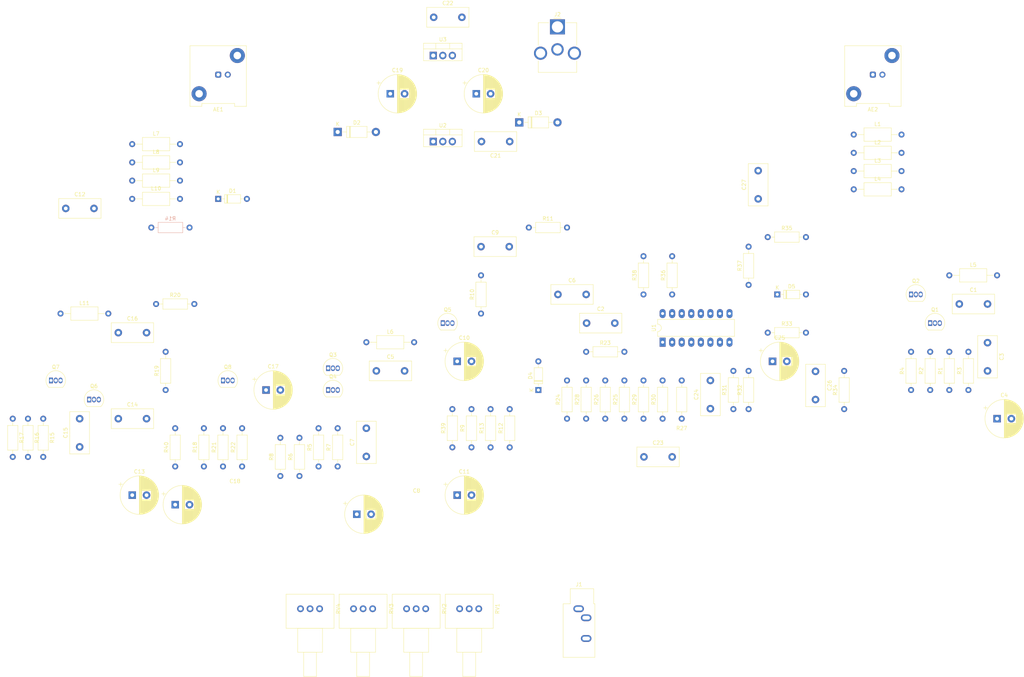
<source format=kicad_pcb>
(kicad_pcb (version 20221018) (generator pcbnew)
  (layers (0 "F.Cu" signal) (31 "B.Cu" signal) (34 "B.Paste" user) (35 "F.Paste" user) (36 "B.SilkS" user "B.Silkscreen") (37 "F.SilkS" user "F.Silkscreen") (38 "B.Mask" user) (39 "F.Mask" user) (44 "Edge.Cuts" user))
  (net 0 "")
  (net 1 "Net-(AE1-A)")
  (net 2 "Net-(AE2-A)")
  (net 3 "PitchAntenna")
  (net 4 "Detector")
  (net 5 "+12V")
  (net 6 "Net-(C3-Pad2)")
  (net 7 "Earth")
  (net 8 "Net-(Q3-C)")
  (net 9 "Net-(C9-Pad1)")
  (net 10 "Net-(C10-Pad1)")
  (net 11 "Net-(Q5-E)")
  (net 12 "Net-(D1-A)")
  (net 13 "Volume Antenna B")
  (net 14 "Net-(Q6-C)")
  (net 15 "Net-(Q7-B)")
  (net 16 "Net-(C16-Pad2)")
  (net 17 "Net-(Q8-E)")
  (net 18 "Net-(C17-Pad2)")
  (net 19 "Net-(D2-K)")
  (net 20 "Net-(D3-A)")
  (net 21 "-12V")
  (net 22 "Net-(U1C-+)")
  (net 23 "Net-(C24-Pad1)")
  (net 24 "Net-(C25-Pad1)")
  (net 25 "Net-(C25-Pad2)")
  (net 26 "Audio Out")
  (net 27 "Volume Antenna A")
  (net 28 "Net-(D1-K)")
  (net 29 "VAC")
  (net 30 "Net-(D5-K)")
  (net 31 "Net-(D5-A)")
  (net 32 "Net-(L1-Pad2)")
  (net 33 "Net-(L2-Pad2)")
  (net 34 "Net-(L3-Pad2)")
  (net 35 "Net-(L8-Pad2)")
  (net 36 "Net-(L10-Pad1)")
  (net 37 "Net-(Q1-E)")
  (net 38 "Net-(Q1-B)")
  (net 39 "Net-(Q2-B)")
  (net 40 "Net-(Q3-E)")
  (net 41 "Net-(Q3-B)")
  (net 42 "Net-(Q4-B)")
  (net 43 "Net-(Q5-B)")
  (net 44 "Net-(Q6-E)")
  (net 45 "Net-(Q6-B)")
  (net 46 "Net-(Q8-B)")
  (net 47 "Pitch Tuning")
  (net 48 "Volume Tuning")
  (net 49 "Net-(U1C--)")
  (net 50 "Brightness")
  (net 51 "Net-(U1C-DIODE_BIAS)")
  (net 52 "Waveform")
  (net 53 "Net-(R29-Pad1)")
  (net 54 "Net-(U1A-DIODE_BIAS)")
  (net 55 "Net-(R38-Pad2)")
  (footprint "Capacitor_THT:C_Disc_D11.0mm_W5.0mm_P7.50mm" (layer "F.Cu") (at 162.68 88.9)
    (fp_text reference "C6" (at 3.75 -3.75) (layer "F.SilkS"))
    (fp_text value "22pF")
    (pad "1" thru_hole circle (at 0 0) (size 2 2) (drill 1) (layers "*.Cu" "*.Mask") (net 8 "Net-(Q3-C)"))
    (pad "2" thru_hole circle (at 7.5 0) (size 2 2) (drill 1) (layers "*.Cu" "*.Mask") (net 4 "Detector"))
  )
  (footprint "Inductor_THT:L_Axial_L7.0mm_D3.3mm_P12.70mm_Horizontal_Fastron_MICC" (layer "F.Cu") (at 49.53 58.65)
    (fp_text reference "L9" (at 6.35 -2.77) (layer "F.SilkS"))
    (fp_text value "5mH")
    (pad "1" thru_hole circle (at 0 0) (size 1.6 1.6) (drill 0.8) (layers "*.Cu" "*.Mask") (net 35 "Net-(L8-Pad2)"))
    (pad "2" thru_hole oval (at 12.7 0) (size 1.6 1.6) (drill 0.8) (layers "*.Cu" "*.Mask") (net 36 "Net-(L10-Pad1)"))
  )
  (footprint "Capacitor_THT:C_Disc_D11.0mm_W5.0mm_P7.50mm" (layer "F.Cu") (at 129.66 15.24)
    (fp_text reference "C22" (at 3.75 -3.75) (layer "F.SilkS"))
    (fp_text value "0.1uF")
    (pad "1" thru_hole circle (at 0 0) (size 2 2) (drill 1) (layers "*.Cu" "*.Mask") (net 7 "Earth"))
    (pad "2" thru_hole circle (at 7.5 0) (size 2 2) (drill 1) (layers "*.Cu" "*.Mask") (net 21 "-12V"))
  )
  (footprint "Capacitor_THT:C_Disc_D11.0mm_W5.0mm_P7.50mm" (layer "F.Cu") (at 142.24 76.2)
    (fp_text reference "C9" (at 3.75 -3.75) (layer "F.SilkS"))
    (fp_text value "33pF")
    (pad "1" thru_hole circle (at 0 0) (size 2 2) (drill 1) (layers "*.Cu" "*.Mask") (net 9 "Net-(C9-Pad1)"))
    (pad "2" thru_hole circle (at 7.5 0) (size 2 2) (drill 1) (layers "*.Cu" "*.Mask") (net 8 "Net-(Q3-C)"))
  )
  (footprint "Resistor_THT:R_Axial_DIN0207_L6.3mm_D2.5mm_P10.16mm_Horizontal" (layer "F.Cu") (at 218.44 73.66)
    (fp_text reference "R35" (at 5.08 -2.37) (layer "F.SilkS"))
    (fp_text value "1.8M")
    (pad "1" thru_hole circle (at 0 0) (size 1.6 1.6) (drill 0.8) (layers "*.Cu" "*.Mask") (net 27 "Volume Antenna A"))
    (pad "2" thru_hole oval (at 10.16 0) (size 1.6 1.6) (drill 0.8) (layers "*.Cu" "*.Mask") (net 5 "+12V"))
  )
  (footprint "Resistor_THT:R_Axial_DIN0207_L6.3mm_D2.5mm_P10.16mm_Horizontal" (layer "F.Cu") (at 209.31 119.38 90)
    (fp_text reference "R31" (at 5.08 -2.37 90) (layer "F.SilkS"))
    (fp_text value "4.7K")
    (pad "1" thru_hole circle (at 0 0 90) (size 1.6 1.6) (drill 0.8) (layers "*.Cu" "*.Mask") (net 23 "Net-(C24-Pad1)"))
    (pad "2" thru_hole oval (at 10.16 0 90) (size 1.6 1.6) (drill 0.8) (layers "*.Cu" "*.Mask") (net 7 "Earth"))
  )
  (footprint "Capacitor_THT:CP_Radial_D10.0mm_P3.80mm" (layer "F.Cu") (at 135.9 142.24)
    (fp_text reference "C11" (at 1.9 -6.25) (layer "F.SilkS"))
    (fp_text value "1uF")
    (pad "1" thru_hole rect (at 0 0) (size 2 2) (drill 1) (layers "*.Cu" "*.Mask") (net 11 "Net-(Q5-E)"))
    (pad "2" thru_hole circle (at 3.8 0) (size 2 2) (drill 1) (layers "*.Cu" "*.Mask") (net 7 "Earth"))
  )
  (footprint "Resistor_THT:R_Axial_DIN0207_L6.3mm_D2.5mm_P10.16mm_Horizontal" (layer "F.Cu") (at 170.18 104.14)
    (fp_text reference "R23" (at 5.08 -2.37) (layer "F.SilkS"))
    (fp_text value "10K")
    (pad "1" thru_hole circle (at 0 0) (size 1.6 1.6) (drill 0.8) (layers "*.Cu" "*.Mask") (net 4 "Detector"))
    (pad "2" thru_hole oval (at 10.16 0) (size 1.6 1.6) (drill 0.8) (layers "*.Cu" "*.Mask") (net 22 "Net-(U1C-+)"))
  )
  (footprint "Resistor_THT:R_Axial_DIN0207_L6.3mm_D2.5mm_P10.16mm_Horizontal" (layer "F.Cu") (at 175.26 121.92 90)
    (fp_text reference "R26" (at 5.08 -2.37 90) (layer "F.SilkS"))
    (fp_text value "R_US")
    (pad "1" thru_hole circle (at 0 0 90) (size 1.6 1.6) (drill 0.8) (layers "*.Cu" "*.Mask") (net 7 "Earth"))
    (pad "2" thru_hole oval (at 10.16 0 90) (size 1.6 1.6) (drill 0.8) (layers "*.Cu" "*.Mask") (net 49 "Net-(U1C--)"))
  )
  (footprint "Resistor_THT:R_Axial_DIN0207_L6.3mm_D2.5mm_P10.16mm_Horizontal" (layer "F.Cu") (at 218.44 99.06)
    (fp_text reference "R33" (at 5.08 -2.37) (layer "F.SilkS"))
    (fp_text value "4.7K")
    (pad "1" thru_hole circle (at 0 0) (size 1.6 1.6) (drill 0.8) (layers "*.Cu" "*.Mask") (net 24 "Net-(C25-Pad1)"))
    (pad "2" thru_hole oval (at 10.16 0) (size 1.6 1.6) (drill 0.8) (layers "*.Cu" "*.Mask") (net 26 "Audio Out"))
  )
  (footprint "Potentiometer_THT:Potentiometer_Vishay_148-149_Single_Horizontal" (layer "F.Cu") (at 94.26 172.44 -90)
    (fp_text reference "RV4" (at 0 -10.04 90) (layer "F.SilkS"))
    (fp_text value "50K")
    (pad "1" thru_hole circle (at 0 0 270) (size 1.8 1.8) (drill 1) (layers "*.Cu" "*.Mask") (net 5 "+12V"))
    (pad "2" thru_hole circle (at 0 -2.54 270) (size 1.8 1.8) (drill 1) (layers "*.Cu" "*.Mask") (net 50 "Brightness"))
    (pad "3" thru_hole circle (at 0 -5.08 270) (size 1.8 1.8) (drill 1) (layers "*.Cu" "*.Mask") (net 7 "Earth"))
  )
  (footprint "Capacitor_THT:C_Disc_D11.0mm_W5.0mm_P7.50mm" (layer "F.Cu") (at 215.9 63.5 90)
    (fp_text reference "C27" (at 3.75 -3.75 90) (layer "F.SilkS"))
    (fp_text value "0.1uF")
    (pad "1" thru_hole circle (at 0 0 90) (size 2 2) (drill 1) (layers "*.Cu" "*.Mask") (net 27 "Volume Antenna A"))
    (pad "2" thru_hole circle (at 7.5 0 90) (size 2 2) (drill 1) (layers "*.Cu" "*.Mask") (net 7 "Earth"))
  )
  (footprint "Inductor_THT:L_Axial_L7.0mm_D3.3mm_P12.70mm_Horizontal_Fastron_MICC" (layer "F.Cu") (at 49.53 53.8)
    (fp_text reference "L8" (at 6.35 -2.77) (layer "F.SilkS"))
    (fp_text value "2.5mH")
    (pad "1" thru_hole circle (at 0 0) (size 1.6 1.6) (drill 0.8) (layers "*.Cu" "*.Mask") (net 28 "Net-(D1-K)"))
    (pad "2" thru_hole oval (at 12.7 0) (size 1.6 1.6) (drill 0.8) (layers "*.Cu" "*.Mask") (net 35 "Net-(L8-Pad2)"))
  )
  (footprint "Resistor_THT:R_Axial_DIN0207_L6.3mm_D2.5mm_P10.16mm_Horizontal" (layer "F.Cu") (at 193.04 88.9 90)
    (fp_text reference "R36" (at 5.08 -2.37 90) (layer "F.SilkS"))
    (fp_text value "1.8M")
    (pad "1" thru_hole circle (at 0 0 90) (size 1.6 1.6) (drill 0.8) (layers "*.Cu" "*.Mask") (net 54 "Net-(U1A-DIODE_BIAS)"))
    (pad "2" thru_hole oval (at 10.16 0 90) (size 1.6 1.6) (drill 0.8) (layers "*.Cu" "*.Mask") (net 5 "+12V"))
  )
  (footprint "Capacitor_THT:C_Disc_D11.0mm_W5.0mm_P7.50mm" (layer "F.Cu") (at 231.14 109.34 -90)
    (fp_text reference "C26" (at 3.75 -3.75 90) (layer "F.SilkS"))
    (fp_text value "0.01uF")
    (pad "1" thru_hole circle (at 0 0 270) (size 2 2) (drill 1) (layers "*.Cu" "*.Mask") (net 26 "Audio Out"))
    (pad "2" thru_hole circle (at 7.5 0 270) (size 2 2) (drill 1) (layers "*.Cu" "*.Mask") (net 7 "Earth"))
  )
  (footprint "Capacitor_THT:C_Disc_D11.0mm_W5.0mm_P7.50mm" (layer "F.Cu") (at 185.54 132.08)
    (fp_text reference "C23" (at 3.75 -3.75) (layer "F.SilkS"))
    (fp_text value "4700pF")
    (pad "1" thru_hole circle (at 0 0) (size 2 2) (drill 1) (layers "*.Cu" "*.Mask") (net 22 "Net-(U1C-+)"))
    (pad "2" thru_hole circle (at 7.5 0) (size 2 2) (drill 1) (layers "*.Cu" "*.Mask") (net 7 "Earth"))
  )
  (footprint "Resistor_THT:R_Axial_DIN0207_L6.3mm_D2.5mm_P10.16mm_Horizontal" (layer "F.Cu") (at 78.74 134.62 90)
    (fp_text reference "R22" (at 5.08 -2.37 90) (layer "F.SilkS"))
    (fp_text value "10K")
    (pad "1" thru_hole circle (at 0 0 90) (size 1.6 1.6) (drill 0.8) (layers "*.Cu" "*.Mask") (net 21 "-12V"))
    (pad "2" thru_hole oval (at 10.16 0 90) (size 1.6 1.6) (drill 0.8) (layers "*.Cu" "*.Mask") (net 18 "Net-(C17-Pad2)"))
  )
  (footprint "Resistor_THT:R_Axial_DIN0207_L6.3mm_D2.5mm_P10.16mm_Horizontal" (layer "F.Cu") (at 88.9 137.16 90)
    (fp_text reference "R8" (at 5.08 -2.37 90) (layer "F.SilkS"))
    (fp_text value "1K")
    (pad "1" thru_hole circle (at 0 0 90) (size 1.6 1.6) (drill 0.8) (layers "*.Cu" "*.Mask") (net 42 "Net-(Q4-B)"))
    (pad "2" thru_hole oval (at 10.16 0 90) (size 1.6 1.6) (drill 0.8) (layers "*.Cu" "*.Mask") (net 7 "Earth"))
  )
  (footprint "Connector_Audio:Jack_3.5mm_CUI_SJ1-3533NG_Horizontal" (layer "F.Cu") (at 168.18 172.44)
    (fp_text reference "J1" (at 0.1 -6.45) (layer "F.SilkS"))
    (fp_text value "Audio Out")
    (pad "R" thru_hole oval (at 2 7.9) (size 2.8 1.8) (drill oval 2 1) (layers "*.Cu" "*.Mask"))
    (pad "S" thru_hole oval (at 0 0) (size 2.8 1.8) (drill oval 2 1) (layers "*.Cu" "*.Mask") (net 7 "Earth"))
    (pad "T" thru_hole oval (at 2 2.4) (size 2.8 1.8) (drill oval 2 1) (layers "*.Cu" "*.Mask") (net 26 "Audio Out"))
  )
  (footprint "Capacitor_THT:CP_Radial_D10.0mm_P3.80mm" (layer "F.Cu") (at 60.96 144.78)
    (fp_text reference "C18" (at 15.88 -6.25) (layer "F.SilkS"))
    (fp_text value "1uF")
    (pad "1" thru_hole rect (at 0 0) (size 2 2) (drill 1) (layers "*.Cu" "*.Mask") (net 17 "Net-(Q8-E)"))
    (pad "2" thru_hole circle (at 3.8 0) (size 2 2) (drill 1) (layers "*.Cu" "*.Mask") (net 7 "Earth"))
  )
  (footprint "Package_TO_SOT_THT:TO-220-3_Vertical" (layer "F.Cu") (at 129.54 48.26)
    (fp_text reference "U2" (at 2.54 -4.27) (layer "F.SilkS"))
    (fp_text value "L7812")
    (pad "1" thru_hole rect (at 0 0) (size 1.905 2) (drill 1.1) (layers "*.Cu" "*.Mask") (net 19 "Net-(D2-K)"))
    (pad "2" thru_hole oval (at 2.54 0) (size 1.905 2) (drill 1.1) (layers "*.Cu" "*.Mask") (net 7 "Earth"))
    (pad "3" thru_hole oval (at 5.08 0) (size 1.905 2) (drill 1.1) (layers "*.Cu" "*.Mask") (net 5 "+12V"))
  )
  (footprint "Potentiometer_THT:Potentiometer_Vishay_148-149_Single_Horizontal" (layer "F.Cu") (at 108.36 172.44 -90)
    (fp_text reference "RV3" (at 0 -10.04 90) (layer "F.SilkS"))
    (fp_text value "50K")
    (pad "1" thru_hole circle (at 0 0 270) (size 1.8 1.8) (drill 1) (layers "*.Cu" "*.Mask") (net 7 "Earth"))
    (pad "2" thru_hole circle (at 0 -2.54 270) (size 1.8 1.8) (drill 1) (layers "*.Cu" "*.Mask") (net 52 "Waveform"))
    (pad "3" thru_hole circle (at 0 -5.08 270) (size 1.8 1.8) (drill 1) (layers "*.Cu" "*.Mask") (net 21 "-12V"))
  )
  (footprint "Resistor_THT:R_Axial_DIN0207_L6.3mm_D2.5mm_P10.16mm_Horizontal" (layer "F.Cu") (at 195.58 121.92 90)
    (fp_text reference "R27" (at -2.54 0) (layer "F.SilkS"))
    (fp_text value "100K")
    (pad "1" thru_hole circle (at 0 0 90) (size 1.6 1.6) (drill 0.8) (layers "*.Cu" "*.Mask") (net 50 "Brightness"))
    (pad "2" thru_hole oval (at 10.16 0 90) (size 1.6 1.6) (drill 0.8) (layers "*.Cu" "*.Mask") (net 51 "Net-(U1C-DIODE_BIAS)"))
  )
  (footprint "Package_TO_SOT_THT:TO-92_Inline" (layer "F.Cu") (at 132.08 96.52)
    (fp_text reference "Q5" (at 1.27 -3.56) (layer "F.SilkS"))
    (fp_text value "2N3904")
    (pad "1" thru_hole rect (at 0 0) (size 1.05 1.5) (drill 0.75) (layers "*.Cu" "*.Mask") (net 11 "Net-(Q5-E)"))
    (pad "2" thru_hole oval (at 1.27 0) (size 1.05 1.5) (drill 0.75) (layers "*.Cu" "*.Mask") (net 43 "Net-(Q5-B)"))
    (pad "3" thru_hole oval (at 2.54 0) (size 1.05 1.5) (drill 0.75) (layers "*.Cu" "*.Mask") (net 8 "Net-(Q3-C)"))
  )
  (footprint "Inductor_THT:L_Axial_L7.0mm_D3.3mm_P12.70mm_Horizontal_Fastron_MICC" (layer "F.Cu") (at 266.7 83.82)
    (fp_text reference "L5" (at 6.35 -2.77) (layer "F.SilkS"))
    (fp_text value "100uH")
    (pad "1" thru_hole circle (at 0 0) (size 1.6 1.6) (drill 0.8) (layers "*.Cu" "*.Mask") (net 5 "+12V"))
    (pad "2" thru_hole oval (at 12.7 0) (size 1.6 1.6) (drill 0.8) (layers "*.Cu" "*.Mask") (net 3 "PitchAntenna"))
  )
  (footprint "Capacitor_THT:C_Disc_D11.0mm_W5.0mm_P7.50mm" (layer "F.Cu") (at 276.86 101.72 -90)
    (fp_text reference "C3" (at 3.75 -3.75 90) (layer "F.SilkS"))
    (fp_text value "0.01uF")
    (pad "1" thru_hole circle (at 0 0 270) (size 2 2) (drill 1) (layers "*.Cu" "*.Mask") (net 3 "PitchAntenna"))
    (pad "2" thru_hole circle (at 7.5 0 270) (size 2 2) (drill 1) (layers "*.Cu" "*.Mask") (net 6 "Net-(C3-Pad2)"))
  )
  (footprint "Connector_Coaxial:BNC_Amphenol_031-5539_Vertical" (layer "F.Cu") (at 72.39 30.48)
    (fp_text reference "AE1" (at 0 9.25 180) (layer "F.SilkS"))
    (fp_text value "Antenna")
    (pad "" thru_hole circle (at -5.08 5.08 180) (size 4 4) (drill 2) (layers "*.Cu" "*.Mask"))
    (pad "" thru_hole circle (at 5.08 -5.08 180) (size 4 4) (drill 2) (layers "*.Cu" "*.Mask"))
    (pad "1" thru_hole roundrect (at 0 0 180) (size 1.6 1.6) (drill 0.9) (layers "*.Cu" "*.Mask") (net 1 "Net-(AE1-A)"))
    (pad "2" thru_hole circle (at 2.54 0 180) (size 1.6 1.6) (drill 0.9) (layers "*.Cu" "*.Mask"))
  )
  (footprint "Resistor_THT:R_Axial_DIN0207_L6.3mm_D2.5mm_P10.16mm_Horizontal" (layer "F.Cu") (at 17.78 121.92 -90)
    (fp_text reference "R17" (at 5.08 -2.37 90) (layer "F.SilkS"))
    (fp_text value "470")
    (pad "1" thru_hole circle (at 0 0 270) (size 1.6 1.6) (drill 0.8) (layers "*.Cu" "*.Mask") (net 13 "Volume Antenna B"))
    (pad "2" thru_hole oval (at 10.16 0 270) (size 1.6 1.6) (drill 0.8) (layers "*.Cu" "*.Mask") (net 7 "Earth"))
  )
  (footprint "Capacitor_THT:C_Disc_D11.0mm_W5.0mm_P7.50mm" (layer "F.Cu") (at 269.36 91.44)
    (fp_text reference "C1" (at 3.75 -3.75) (layer "F.SilkS"))
    (fp_text value "22pF")
    (pad "1" thru_hole circle (at 0 0) (size 2 2) (drill 1) (layers "*.Cu" "*.Mask") (net 3 "PitchAntenna"))
    (pad "2" thru_hole circle (at 7.5 0) (size 2 2) (drill 1) (layers "*.Cu" "*.Mask") (net 4 "Detector"))
  )
  (footprint "Package_TO_SOT_THT:TO-220-3_Vertical" (layer "F.Cu") (at 129.54 25.4)
    (fp_text reference "U3" (at 2.54 -4.27) (layer "F.SilkS"))
    (fp_text value "L7912")
    (pad "1" thru_hole rect (at 0 0) (size 1.905 2) (drill 1.1) (layers "*.Cu" "*.Mask") (net 7 "Earth"))
    (pad "2" thru_hole oval (at 2.54 0) (size 1.905 2) (drill 1.1) (layers "*.Cu" "*.Mask") (net 20 "Net-(D3-A)"))
    (pad "3" thru_hole oval (at 5.08 0) (size 1.905 2) (drill 1.1) (layers "*.Cu" "*.Mask") (net 21 "-12V"))
  )
  (footprint "Resistor_THT:R_Axial_DIN0207_L6.3mm_D2.5mm_P10.16mm_Horizontal" (layer "F.Cu") (at 213.36 86.36 90)
    (fp_text reference "R37" (at 5.08 -2.37 90) (layer "F.SilkS"))
    (fp_text value "4.7M")
    (pad "1" thru_hole circle (at 0 0 90) (size 1.6 1.6) (drill 0.8) (layers "*.Cu" "*.Mask") (net 31 "Net-(D5-A)"))
    (pad "2" thru_hole oval (at 10.16 0 90) (size 1.6 1.6) (drill 0.8) (layers "*.Cu" "*.Mask") (net 27 "Volume Antenna A"))
  )
  (footprint "Resistor_THT:R_Axial_DIN0207_L6.3mm_D2.5mm_P10.16mm_Horizontal" (layer "F.Cu") (at 256.54 114.3 90)
    (fp_text reference "R4" (at 5.08 -2.37 90) (layer "F.SilkS"))
    (fp_text value "1K")
    (pad "1" thru_hole circle (at 0 0 90) (size 1.6 1.6) (drill 0.8) (layers "*.Cu" "*.Mask") (net 39 "Net-(Q2-B)"))
    (pad "2" thru_hole oval (at 10.16 0 90) (size 1.6 1.6) (drill 0.8) (layers "*.Cu" "*.Mask") (net 7 "Earth"))
  )
  (footprint "Capacitor_THT:C_Disc_D11.0mm_W5.0mm_P7.50mm" (layer "F.Cu") (at 45.84 99.06)
    (fp_text reference "C16" (at 3.75 -3.75) (layer "F.SilkS"))
    (fp_text value "22pF")
    (pad "1" thru_hole circle (at 0 0) (size 2 2) (drill 1) (layers "*.Cu" "*.Mask") (net 14 "Net-(Q6-C)"))
    (pad "2" thru_hole circle (at 7.5 0) (size 2 2) (drill 1) (layers "*.Cu" "*.Mask") (net 16 "Net-(C16-Pad2)"))
  )
  (footprint "Diode_THT:D_DO-35_SOD27_P7.62mm_Horizontal" (layer "F.Cu") (at 72.39 63.5)
    (fp_text reference "D1" (at 3.81 -2.12) (layer "F.SilkS"))
    (fp_text value "1N4148")
    (fp_text user "K" (at 0 -1.8) (layer "F.SilkS"))
    (pad "1" thru_hole rect (at 0 0) (size 1.6 1.6) (drill 0.8) (layers "*.Cu" "*.Mask") (net 28 "Net-(D1-K)"))
    (pad "2" thru_hole oval (at 7.62 0) (size 1.6 1.6) (drill 0.8) (layers "*.Cu" "*.Mask") (net 12 "Net-(D1-A)"))
  )
  (footprint "Resistor_THT:R_Axial_DIN0207_L6.3mm_D2.5mm_P10.16mm_Horizontal" (layer "F.Cu") (at 261.62 114.3 90)
    (fp_text reference "R2" (at 5.08 -2.37 90) (layer "F.SilkS"))
    (fp_text value "2.2K")
    (pad "1" thru_hole circle (at 0 0 90) (size 1.6 1.6) (drill 0.8) (layers "*.Cu" "*.Mask") (net 37 "Net-(Q1-E)"))
    (pad "2" thru_hole oval (at 10.16 0 90) (size 1.6 1.6) (drill 0.8) (layers "*.Cu" "*.Mask") (net 21 "-12V"))
  )
  (footprint "Capacitor_THT:C_Disc_D11.0mm_W5.0mm_P7.50mm" (layer "F.Cu") (at 45.84 121.92)
    (fp_text reference "C14" (at 3.75 -3.75) (layer "F.SilkS"))
    (fp_text value "2200pF")
    (pad "1" thru_hole circle (at 0 0) (size 2 2) (drill 1) (layers "*.Cu" "*.Mask") (net 14 "Net-(Q6-C)"))
    (pad "2" thru_hole circle (at 7.5 0) (size 2 2) (drill 1) (layers "*.Cu" "*.Mask") (net 15 "Net-(Q7-B)"))
  )
  (footprint "Capacitor_THT:CP_Radial_D10.0mm_P3.80mm" (layer "F.Cu") (at 49.54 142.24)
    (fp_text reference "C13" (at 1.9 -6.25) (layer "F.SilkS"))
    (fp_text value "1uF")
    (pad "1" thru_hole rect (at 0 0) (size 2 2) (drill 1) (layers "*.Cu" "*.Mask") (net 5 "+12V"))
    (pad "2" thru_hole circle (at 3.8 0) (size 2 2) (drill 1) (layers "*.Cu" "*.Mask") (net 7 "Earth"))
  )
  (footprint "Capacitor_THT:C_Disc_D11.0mm_W5.0mm_P7.50mm" (layer "F.Cu") (at 149.86 48.26 180)
    (fp_text reference "C21" (at 3.75 -3.75) (layer "F.SilkS"))
    (fp_text value "0.1uF")
    (pad "1" thru_hole circle (at 0 0 180) (size 2 2) (drill 1) (layers "*.Cu" "*.Mask") (net 5 "+12V"))
    (pad "2" thru_hole circle (at 7.5 0 180) (size 2 2) (drill 1) (layers "*.Cu" "*.Mask") (net 7 "Earth"))
  )
  (footprint "Capacitor_THT:CP_Radial_D10.0mm_P3.80mm" (layer "F.Cu") (at 135.9 106.68)
    (fp_text reference "C10" (at 1.9 -6.25) (layer "F.SilkS"))
    (fp_text value "1uF")
    (pad "1" thru_hole rect (at 0 0) (size 2 2) (drill 1) (layers "*.Cu" "*.Mask") (net 10 "Net-(C10-Pad1)"))
    (pad "2" thru_hole circle (at 3.8 0) (size 2 2) (drill 1) (layers "*.Cu" "*.Mask") (net 11 "Net-(Q5-E)"))
  )
  (footprint "Potentiometer_THT:Potentiometer_Vishay_148-149_Single_Horizontal" (layer "F.Cu") (at 136.56 172.44 -90)
    (fp_text reference "RV1" (at 0 -10.04 90) (layer "F.SilkS"))
    (fp_text value "5K")
    (pad "1" thru_hole circle (at 0 0 270) (size 1.8 1.8) (drill 1) (layers "*.Cu" "*.Mask") (net 7 "Earth"))
    (pad "2" thru_hole circle (at 0 -2.54 270) (size 1.8 1.8) (drill 1) (layers "*.Cu" "*.Mask") (net 47 "Pitch Tuning"))
    (pad "3" thru_hole circle (at 0 -5.08 270) (size 1.8 1.8) (drill 1) (layers "*.Cu" "*.Mask") (net 21 "-12V"))
  )
  (footprint "Capacitor_THT:CP_Radial_D10.0mm_P3.80mm" (layer "F.Cu") (at 279.4 121.92)
    (fp_text reference "C4" (at 1.9 -6.25) (layer "F.SilkS"))
    (fp_text value "1uF")
    (pad "1" thru_hole rect (at 0 0) (size 2 2) (drill 1) (layers "*.Cu" "*.Mask") (net 5 "+12V"))
    (pad "2" thru_hole circle (at 3.8 0) (size 2 2) (drill 1) (layers "*.Cu" "*.Mask") (net 7 "Earth"))
  )
  (footprint "Inductor_THT:L_Axial_L7.0mm_D3.3mm_P12.70mm_Horizontal_Fastron_MICC" (layer "F.Cu") (at 49.53 63.5)
    (fp_text reference "L10" (at 6.35 -2.77) (layer "F.SilkS"))
    (fp_text value "5mH")
    (pad "1" thru_hole circle (at 0 0) (size 1.6 1.6) (drill 0.8) (layers "*.Cu" "*.Mask") (net 36 "Net-(L10-Pad1)"))
    (pad "2" thru_hole oval (at 12.7 0) (size 1.6 1.6) (drill 0.8) (layers "*.Cu" "*.Mask") (net 1 "Net-(AE1-A)"))
  )
  (footprint "Connector_Coaxial:BNC_Amphenol_031-5539_Vertical" (layer "F.Cu") (at 246.38 30.48)
    (fp_text reference "AE2" (at 0 9.25 180) (layer "F.SilkS"))
    (fp_text value "Antenna")
    (pad "" thru_hole circle (at -5.08 5.08 180) (size 4 4) (drill 2) (layers "*.Cu" "*.Mask"))
    (pad "" thru_hole circle (at 5.08 -5.08 180) (size 4 4) (drill 2) (layers "*.Cu" "*.Mask"))
    (pad "1" thru_hole roundrect (at 0 0 180) (size 1.6 1.6) (drill 0.9) (layers "*.Cu" "*.Mask") (net 2 "Net-(AE2-A)"))
    (pad "2" thru_hole circle (at 2.54 0 180) (size 1.6 1.6) (drill 0.9) (layers "*.Cu" "*.Mask"))
  )
  (footprint "Capacitor_THT:CP_Radial_D10.0mm_P3.80mm" (layer "F.Cu") (at 219.72 106.68)
    (fp_text reference "C25" (at 1.9 -6.25) (layer "F.SilkS"))
    (fp_text value "1uF")
    (pad "1" thru_hole rect (at 0 0) (size 2 2) (drill 1) (layers "*.Cu" "*.Mask") (net 24 "Net-(C25-Pad1)"))
    (pad "2" thru_hole circle (at 3.8 0) (size 2 2) (drill 1) (layers "*.Cu" "*.Mask") (net 25 "Net-(C25-Pad2)"))
  )
  (footprint "Capacitor_THT:C_Disc_D11.0mm_W5.0mm_P7.50mm" (layer "F.Cu") (at 35.56 129.42 90)
    (fp_text reference "C15" (at 3.75 -3.75 90) (layer "F.SilkS"))
    (fp_text value "0.01uF")
    (pad "1" thru_hole circle (at 0 0 90) (size 2 2) (drill 1) (layers "*.Cu" "*.Mask") (net 15 "Net-(Q7-B)"))
    (pad "2" thru_hole circle (at 7.5 0 90) (size 2 2) (drill 1) (layers "*.Cu" "*.Mask") (net 7 "Earth"))
  )
  (footprint "Potentiometer_THT:Potentiometer_Vishay_148-149_Single_Horizontal" (layer "F.Cu") (at 122.46 172.44 -90)
    (fp_text reference "RV2" (at 0 -10.04 90) (layer "F.SilkS"))
    (fp_text value "5K")
    (pad "1" thru_hole circle (at 0 0 270) (size 1.8 1.8) (drill 1) (layers "*.Cu" "*.Mask") (net 7 "Earth"))
    (pad "2" thru_hole circle (at 0 -2.54 270) (size 1.8 1.8) (drill 1) (layers "*.Cu" "*.Mask") (net 48 "Volume Tuning"))
    (pad "3" thru_hole circle (at 0 -5.08 270) (size 1.8 1.8) (drill 1) (layers "*.Cu" "*.Mask") (net 21 "-12V"))
  )
  (footprint "Capacitor_THT:CP_Radial_D10.0mm_P3.80mm" (layer "F.Cu") (at 109.22 147.32)
    (fp_text reference "C8" (at 15.88 -6.25) (layer "F.SilkS"))
    (fp_text value "1uF")
    (pad "1" thru_hole rect (at 0 0) (size 2 2) (drill 1) (layers "*.Cu" "*.Mask") (net 5 "+12V"))
    (pad "2" thru_hole circle (at 3.8 0) (size 2 2) (drill 1) (layers "*.Cu" "*.Mask") (net 7 "Earth"))
  )
  (footprint "Resistor_THT:R_Axial_DIN0207_L6.3mm_D2.5mm_P10.16mm_Horizontal" (layer "F.Cu") (at 68.58 134.62 90)
    (fp_text reference "R18" (at 5.08 -2.37 90) (layer "F.SilkS"))
    (fp_text value "2.7K")
    (pad "1" thru_hole circle (at 0 0 90) (size 1.6 1.6) (drill 0.8) (layers "*.Cu" "*.Mask") (net 17 "Net-(Q8-E)"))
    (pad "2" thru_hole oval (at 10.16 0 90) (size 1.6 1.6) (drill 0.8) (layers "*.Cu" "*.Mask") (net 48 "Volume Tuning"))
  )
  (footprint "Capacitor_THT:C_Disc_D11.0mm_W5.0mm_P7.50mm" (layer "F.Cu") (at 114.42 109.22)
    (fp_text reference "C5" (at 3.75 -3.75) (layer "F.SilkS"))
    (fp_text value "3900pF")
    (pad "1" thru_hole circle (at 0 0) (size 2 2) (drill 1) (layers "*.Cu" "*.Mask") (net 5 "+12V"))
    (pad "2" thru_hole circle (at 7.5 0) (size 2 2) (drill 1) (layers "*.Cu" "*.Mask") (net 8 "Net-(Q3-C)"))
  )
  (footprint "Inductor_THT:L_Axial_L7.0mm_D3.3mm_P12.70mm_Horizontal_Fastron_MICC" (layer "F.Cu") (at 241.3 60.96)
    (fp_text reference "L4" (at 6.35 -2.77) (layer "F.SilkS"))
    (fp_text value "10mH")
    (pad "1" thru_hole circle (at 0 0) (size 1.6 1.6) (drill 0.8) (layers "*.Cu" "*.Mask") (net 34 "Net-(L3-Pad2)"))
    (pad "2" thru_hole oval (at 12.7 0) (size 1.6 1.6) (drill 0.8) (layers "*.Cu" "*.Mask") (net 3 "PitchAntenna"))
  )
  (footprint "Resistor_THT:R_Axial_DIN0207_L6.3mm_D2.5mm_P10.16mm_Horizontal" (layer "F.Cu") (at 165.1 121.92 90)
    (fp_text reference "R24" (at 5.08 -2.37 90) (layer "F.SilkS"))
    (fp_text value "4.7K")
    (pad "1" thru_hole circle (at 0 0 90) (size 1.6 1.6) (drill 0.8) (layers "*.Cu" "*.Mask") (net 22 "Net-(U1C-+)"))
    (pad "2" thru_hole oval (at 10.16 0 90) (size 1.6 1.6) (drill 0.8) (layers "*.Cu" "*.Mask") (net 7 "Earth"))
  )
  (footprint "Resistor_THT:R_Axial_DIN0207_L6.3mm_D2.5mm_P10.16mm_Horizontal" (layer "F.Cu") (at 93.98 137.16 90)
    (fp_text reference "R6" (at 5.08 -2.37 90) (layer "F.SilkS"))
    (fp_text value "2.2K")
    (pad "1" thru_hole circle (at 0 0 90) (size 1.6 1.6) (drill 0.8) (layers "*.Cu" "*.Mask") (net 40 "Net-(Q3-E)"))
    (pad "2" thru_hole oval (at 10.16 0 90) (size 1.6 1.6) (drill 0.8) (layers "*.Cu" "*.Mask") (net 21 "-12V"))
  )
  (footprint "Inductor_THT:L_Axial_L7.0mm_D3.3mm_P12.70mm_Horizontal_Fastron_MICC" (layer "F.Cu") (at 241.3 46.41)
    (fp_text reference "L1" (at 6.35 -2.77) (layer "F.SilkS"))
    (fp_text value "10mH")
    (pad "1" thru_hole circle (at 0 0) (size 1.6 1.6) (drill 0.8) (layers "*.Cu" "*.Mask") (net 2 "Net-(AE2-A)"))
    (pad "2" thru_hole oval (at 12.7 0) (size 1.6 1.6) (drill 0.8) (layers "*.Cu" "*.Mask") (net 32 "Net-(L1-Pad2)"))
  )
  (footprint "Resistor_THT:R_Axial_DIN0207_L6.3mm_D2.5mm_P10.16mm_Horizontal" (layer "F.Cu") (at 190.5 121.92 90)
    (fp_text reference "R30" (at 5.08 -2.37 90) (layer "F.SilkS"))
    (fp_text value "47K")
    (pad "1" thru_hole circle (at 0 0 90) (size 1.6 1.6) (drill 0.8) (layers "*.Cu" "*.Mask") (net 53 "Net-(R29-Pad1)"))
    (pad "2" thru_hole oval (at 10.16 0 90) (size 1.6 1.6) (drill 0.8) (layers "*.Cu" "*.Mask") (net 30 "Net-(D5-K)"))
  )
  (footprint "Resistor_THT:R_Axial_DIN0207_L6.3mm_D2.5mm_P10.16mm_Horizontal" (layer "F.Cu") (at 58.42 114.3 90)
    (fp_text reference "R19" (at 5.08 -2.37 90) (layer "F.SilkS"))
    (fp_text value "470")
    (pad "1" thru_hole circle (at 0 0 90) (size 1.6 1.6) (drill 0.8) (layers "*.Cu" "*.Mask") (net 46 "Net-(Q8-B)"))
    (pad "2" thru_hole oval (at 10.16 0 90) (size 1.6 1.6) (drill 0.8) (layers "*.Cu" "*.Mask") (net 16 "Net-(C16-Pad2)"))
  )
  (footprint "Capacitor_THT:CP_Radial_D10.0mm_P3.80mm" (layer "F.Cu") (at 118.12 35.56)
    (fp_text reference "C19" (at 1.9 -6.25) (layer "F.SilkS"))
    (fp_text value "2200uF")
    (pad "1" thru_hole rect (at 0 0) (size 2 2) (drill 1) (layers "*.Cu" "*.Mask") (net 19 "Net-(D2-K)"))
    (pad "2" thru_hole circle (at 3.8 0) (size 2 2) (drill 1) (layers "*.Cu" "*.Mask") (net 7 "Earth"))
  )
  (footprint "Diode_THT:D_DO-35_SOD27_P7.62mm_Horizontal" (layer "F.Cu") (at 157.48 114.3 90)
    (fp_text reference "D4" (at 3.81 -2.12 90) (layer "F.SilkS"))
    (fp_text value "1N4148")
    (fp_text user "K" (at 0 -1.8 90) (layer "F.SilkS"))
    (pad "1" thru_hole rect (at 0 0 90) (size 1.6 1.6) (drill 0.8) (layers "*.Cu" "*.Mask") (net 7 "Earth"))
    (pad "2" thru_hole oval (at 7.62 0 90) (size 1.6 1.6) (drill 0.8) (layers "*.Cu" "*.Mask") (net 4 "Detector"))
  )
  (footprint "Resistor_THT:R_Axial_DIN0207_L6.3mm_D2.5mm_P10.16mm_Horizontal" (layer "F.Cu") (at 185.42 88.9 90)
    (fp_text reference "R38" (at 5.08 -2.37 90) (layer "F.SilkS"))
    (fp_text value "47K")
    (pad "1" thru_hole circle (at 0 0 90) (size 1.6 1.6) (drill 0.8) (layers "*.Cu" "*.Mask") (net 5 "+12V"))
    (pad "2" thru_hole oval (at 10.16 0 90) (size 1.6 1.6) (drill 0.8) (layers "*.Cu" "*.Mask") (net 55 "Net-(R38-Pad2)"))
  )
  (footprint "Capacitor_THT:C_Disc_D11.0mm_W5.0mm_P7.50mm" (layer "F.Cu") (at 111.76 131.96 90)
    (fp_text reference "C7" (at 3.75 -3.75 90) (layer "F.SilkS"))
    (fp_text value "0.01uF")
    (pad "1" thru_hole circle (at 0 0 90) (size 2 2) (drill 1) (layers "*.Cu" "*.Mask") (net 8 "Net-(Q3-C)"))
    (pad "2" thru_hole circle (at 7.5 0 90) (size 2 2) (drill 1) (layers "*.Cu" "*.Mask") (net 5 "+12V"))
  )
  (footprint "Package_TO_SOT_THT:TO-92_Inline" (layer "F.Cu") (at 27.94 111.76)
    (fp_text reference "Q7" (at 1.27 -3.56) (layer "F.SilkS"))
    (fp_text value "2N3904")
    (pad "1" thru_hole rect (at 0 0) (size 1.05 1.5) (drill 0.75) (layers "*.Cu" "*.Mask") (net 44 "Net-(Q6-E)"))
    (pad "2" thru_hole oval (at 1.27 0) (size 1.05 1.5) (drill 0.75) (layers "*.Cu" "*.Mask") (net 15 "Net-(Q7-B)"))
    (pad "3" thru_hole oval (at 2.54 0) (size 1.05 1.5) (drill 0.75) (layers "*.Cu" "*.Mask") (net 5 "+12V"))
  )
  (footprint "Inductor_THT:L_Axial_L7.0mm_D3.3mm_P12.70mm_Horizontal_Fastron_MICC" (layer "F.Cu") (at 49.53 48.95)
    (fp_text reference "L7" (at 6.35 -2.77) (layer "F.SilkS"))
    (fp_text value "2.5mH")
    (pad "1" thru_hole circle (at 0 0) (size 1.6 1.6) (drill 0.8) (layers "*.Cu" "*.Mask") (net 13 "Volume Antenna B"))
    (pad "2" thru_hole oval (at 12.7 0) (size 1.6 1.6) (drill 0.8) (layers "*.Cu" "*.Mask") (net 28 "Net-(D1-K)"))
  )
  (footprint "Resistor_THT:R_Axial_DIN0207_L6.3mm_D2.5mm_P10.16mm_Horizontal" (layer "F.Cu") (at 170.18 121.92 90)
    (fp_text reference "R28" (at 5.08 -2.37 90) (layer "F.SilkS"))
    (fp_text value "150K")
    (pad "1" thru_hole circle (at 0 0 90) (size 1.6 1.6) (drill 0.8) (layers "*.Cu" "*.Mask") (net 52 "Waveform"))
    (pad "2" thru_hole oval (at 10.16 0 90) (size 1.6 1.6) (drill 0.8) (layers "*.Cu" "*.Mask") (net 49 "Net-(U1C--)"))
  )
  (footprint "Resistor_THT:R_Axial_DIN0207_L6.3mm_D2.5mm_P10.16mm_Horizontal" (layer "F.Cu") (at 144.78 129.54 90)
    (fp_text reference "R13" (at 5.08 -2.37 90) (layer "F.SilkS"))
    (fp_text value "2.5K")
    (pad "1" thru_hole circle (at 0 0 90) (size 1.6 1.6) (drill 0.8) (layers "*.Cu" "*.Mask") (net 7 "Earth"))
    (pad "2" thru_hole oval (at 10.16 0 90) (size 1.6 1.6) (drill 0.8) (layers "*.Cu" "*.Mask") (net 10 "Net-(C10-Pad1)"))
  )
  (footprint "Resistor_THT:R_Axial_DIN0207_L6.3mm_D2.5mm_P10.16mm_Horizontal" (layer "F.Cu") (at 73.66 134.62 90)
    (fp_text reference "R21" (at 5.08 -2.37 90) (layer "F.SilkS"))
    (fp_text value "2.2K")
    (pad "1" thru_hole circle (at 0 0 90) (size 1.6 1.6) (drill 0.8) (layers "*.Cu" "*.Mask") (net 7 "Earth"))
    (pad "2" thru_hole oval (at 10.16 0 90) (size 1.6 1.6) (drill 0.8) (layers "*.Cu" "*.Mask") (net 18 "Net-(C17-Pad2)"))
  )
  (footprint "Package_TO_SOT_THT:TO-92_Inline" (layer "F.Cu") (at 101.61 108.51)
    (fp_text reference "Q3" (at 1.27 -3.56) (layer "F.SilkS"))
    (fp_text value "2N3904")
    (pad "1" thru_hole rect (at 0 0) (size 1.05 1.5) (drill 0.75) (layers "*.Cu" "*.Mask") (net 40 "Net-(Q3-E)"))
    (pad "2" thru_hole oval (at 1.27 0) (size 1.05 1.5) (drill 0.75) (layers "*.Cu" "*.Mask") (net 41 "Net-(Q3-B)"))
    (pad "3" thru_hole oval (at 2.54 0) (size 1.05 1.5) (drill 0.75) (layers "*.Cu" "*.Mask") (net 8 "Net-(Q3-C)"))
  )
  (footprint "Package_TO_SOT_THT:TO-92_Inline" (layer "F.Cu") (at 38.1 116.84)
    (fp_text reference "Q6" (at 1.27 -3.56) (layer "F.SilkS"))
    (fp_text value "2N3904")
    (pad "1" thru_hole rect (at 0 0) (size 1.05 1.5) (drill 0.75) (layers "*.Cu" "*.Mask") (net 44 "Net-(Q6-E)"))
    (pad "2" thru_hole oval (at 1.27 0) (size 1.05 1.5) (drill 0.75) (layers "*.Cu" "*.Mask") (net 45 "Net-(Q6-B)"))
    (pad "3" thru_hole oval (at 2.54 0) (size 1.05 1.5) (drill 0.75) (layers "*.Cu" "*.Mask") (net 14 "Net-(Q6-C)"))
  )
  (footprint "Resistor_THT:R_Axial_DIN0207_L6.3mm_D2.5mm_P10.16mm_Horizontal" (layer "F.Cu") (at 55.88 91.44)
    (fp_text reference "R20" (at 5.08 -2.37) (layer "F.SilkS"))
    (fp_text value "33")
    (pad "1" thru_hole circle (at 0 0) (size 1.6 1.6) (drill 0.8) (layers "*.Cu" "*.Mask") (net 18 "Net-(C17-Pad2)"))
    (pad "2" thru_hole oval (at 10.16 0) (size 1.6 1.6) (drill 0.8) (layers "*.Cu" "*.Mask") (net 16 "Net-(C16-Pad2)"))
  )
  (footprint "Resistor_THT:R_Axial_DIN0207_L6.3mm_D2.5mm_P10.16mm_Horizontal" (layer "F.Cu") (at 271.78 114.3 90)
    (fp_text reference "R3" (at 5.08 -2.37 90) (layer "F.SilkS"))
    (fp_text value "47K")
    (pad "1" thru_hole circle (at 0 0 90) (size 1.6 1.6) (drill 0.8) (layers "*.Cu" "*.Mask") (net 6 "Net-(C3-Pad2)"))
    (pad "2" thru_hole oval (at 10.16 0 90) (size 1.6 1.6) (drill 0.8) (layers "*.Cu" "*.Mask") (net 39 "Net-(Q2-B)"))
  )
  (footprint "Resistor_THT:R_Axial_DIN0207_L6.3mm_D2.5mm_P10.16mm_Horizontal" (layer "F.Cu") (at 139.7 129.54 90)
    (fp_text reference "R9" (at 5.08 -2.37 90) (layer "F.SilkS"))
    (fp_text value "10K")
    (pad "1" thru_hole circle (at 0 0 90) (size 1.6 1.6) (drill 0.8) (layers "*.Cu" "*.Mask") (net 11 "Net-(Q5-E)"))
    (pad "2" thru_hole oval (at 10.16 0 90) (size 1.6 1.6) (drill 0.8) (layers "*.Cu" "*.Mask") (net 47 "Pitch Tuning"))
  )
  (footprint "Resistor_THT:R_Axial_DIN0207_L6.3mm_D2.5mm_P10.16mm_Horizontal" (layer "F.Cu") (at 99.06 134.62 90)
    (fp_text reference "R5" (at 5.08 -2.37 90) (layer "F.SilkS"))
    (fp_text value "1K")
    (pad "1" thru_hole circle (at 0 0 90) (size 1.6 1.6) (drill 0.8) (layers "*.Cu" "*.Mask") (net 41 "Net-(Q3-B)"))
    (pad "2" thru_hole oval (at 10.16 0 90) (size 1.6 1.6) (drill 0.8) (layers "*.Cu" "*.Mask") (net 7 "Earth"))
  )
  (footprint "Diode_THT:D_DO-35_SOD27_P7.62mm_Horizontal" (layer "F.Cu") (at 220.98 88.9)
    (fp_text reference "D5" (at 3.81 -2.12) (layer "F.SilkS"))
    (fp_text value "1N4148")
    (fp_text user "K" (at 0 -1.8) (layer "F.SilkS"))
    (pad "1" thru_hole rect (at 0 0) (size 1.6 1.6) (drill 0.8) (layers "*.Cu" "*.Mask") (net 30 "Net-(D5-K)"))
    (pad "2" thru_hole oval (at 7.62 0) (size 1.6 1.6) (drill 0.8) (layers "*.Cu" "*.Mask") (net 31 "Net-(D5-A)"))
  )
  (footprint "Package_TO_SOT_THT:TO-92_Inline" (layer "F.Cu") (at 256.54 88.9)
    (fp_text reference "Q2" (at 1.27 -3.56) (layer "F.SilkS"))
    (fp_text value "2N3904")
    (pad "1" thru_hole rect (at 0 0) (size 1.05 1.5) (drill 0.75) (layers "*.Cu" "*.Mask") (net 37 "Net-(Q1-E)"))
    (pad "2" thru_hole oval (at 1.27 0) (size 1.05 1.5) (drill 0.75) (layers "*.Cu" "*.Mask") (net 39 "Net-(Q2-B)"))
    (pad "3" thru_hole oval (at 2.54 0) (size 1.05 1.5) (drill 0.75) (layers "*.Cu" "*.Mask") (net 5 "+12V"))
  )
  (footprint "Resistor_THT:R_Axial_DIN0207_L6.3mm_D2.5mm_P10.16mm_Horizontal" (layer "F.Cu") (at 238.76 119.38 90)
    (fp_text reference "R34" (at 5.08 -2.37 90) (layer "F.SilkS"))
    (fp_text value "4.7K")
    (pad "1" thru_hole circle (at 0 0 90) (size 1.6 1.6) (drill 0.8) (layers "*.Cu" "*.Mask") (net 7 "Earth"))
    (pad "2" thru_hole oval (at 10.16 0 90) (size 1.6 1.6) (drill 0.8) (layers "*.Cu" "*.Mask") (net 26 "Audio Out"))
  )
  (footprint "Resistor_THT:R_Axial_DIN0207_L6.3mm_D2.5mm_P10.16mm_Horizontal" (layer "F.Cu") (at 60.96 134.62 90)
    (fp_text reference "R40" (at 5.08 -2.37 90) (layer "F.SilkS"))
    (fp_text value "10K")
    (pad "1" thru_hole circle (at 0 0 90) (size 1.6 1.6) (drill 0.8) (layers "*.Cu" "*.Mask") (net 17 "Net-(Q8-E)"))
    (pad "2" thru_hole oval (at 10.16 0 90) (size 1.6 1.6) (drill 0.8) (layers "*.Cu" "*.Mask") (net 21 "-12V"))
  )
  (footprint "Resistor_THT:R_Axial_DIN0207_L6.3mm_D2.5mm_P10.16mm_Horizontal" (layer "F.Cu") (at 213.36 119.38 90)
    (fp_text reference "R32" (at 5.08 -2.37 90) (layer "F.SilkS"))
    (fp_text value "4.7K")
    (pad "1" thru_hole circle (at 0 0 90) (size 1.6 1.6) (drill 0.8) (layers "*.Cu" "*.Mask") (net 25 "Net-(C25-Pad2)"))
    (pad "2" thru_hole oval (at 10.16 0 90) (size 1.6 1.6) (drill 0.8) (layers "*.Cu" "*.Mask") (net 21 "-12V"))
  )
  (footprint "Resistor_THT:R_Axial_DIN0207_L6.3mm_D2.5mm_P10.16mm_Horizontal" (layer "F.Cu") (at 142.24 93.98 90)
    (fp_text reference "R10" (at 5.08 -2.37 90) (layer "F.SilkS"))
    (fp_text value "470")
    (pad "1" thru_hole circle (at 0 0 90) (size 1.6 1.6) (drill 0.8) (layers "*.Cu" "*.Mask") (net 43 "Net-(Q5-B)"))
    (pad "2" thru_hole oval (at 10.16 0 90) (size 1.6 1.6) (drill 0.8) (layers "*.Cu" "*.Mask") (net 9 "Net-(C9-Pad1)"))
  )
  (footprint "Package_TO_SOT_THT:TO-92_Inline" (layer "F.Cu") (at 101.61 114.3)
    (fp_text reference "Q4" (at 1.27 -3.56) (layer "F.SilkS"))
    (fp_text value "2N3904")
    (pad "1" thru_hole rect (at 0 0) (size 1.05 1.5) (drill 0.75) (layers "*.Cu" "*.Mask") (net 40 "Net-(Q3-E)"))
    (pad "2" thru_hole oval (at 1.27 0) (size 1.05 1.5) (drill 0.75) (layers "*.Cu" "*.Mask") (net 42 "Net-(Q4-B)"))
    (pad "3" thru_hole oval (at 2.54 0) (size 1.05 1.5) (drill 0.75) (layers "*.Cu" "*.Mask") (net 5 "+12V"))
  )
  (footprint "Resistor_THT:R_Axial_DIN0207_L6.3mm_D2.5mm_P10.16mm_Horizontal" (layer "F.Cu") (at 185.42 121.92 90)
    (fp_text reference "R29" (at 5.08 -2.37 90) (layer "F.SilkS"))
    (fp_text value "100K")
    (pad "1" thru_hole circle (at 0 0 90) (size 1.6 1.6) (drill 0.8) (layers "*.Cu" "*.Mask") (net 53 "Net-(R29-Pad1)"))
    (pad "2" thru_hole oval (at 10.16 0 90) (size 1.6 1.6) (drill 0.8) (layers "*.Cu" "*.Mask") (net 21 "-12V"))
  )
  (footprint "Package_DIP:DIP-16_W7.62mm_LongPads" (layer "F.Cu") (at 190.5 101.6 90)
    (fp_text reference "U1" (at 3.81 -2.33 90) (layer "F.SilkS"))
    (fp_text value "LM13600")
    (pad "1" thru_hole rect (at 0 0 90) (size 2.4 1.6) (drill 0.8) (layers "*.Cu" "*.Mask") (net 53 "Net-(R29-Pad1)"))
    (pad "2" thru_hole oval (at 0 2.54 90) (size 2.4 1.6) (drill 0.8) (layers "*.Cu" "*.Mask") (net 51 "Net-(U1C-DIODE_BIAS)"))
    (pad "3" thru_hole oval (at 0 5.08 90) (size 2.4 1.6) (drill 0.8) (layers "*.Cu" "*.Mask") (net 22 "Net-(U1C-+)"))
    (pad "4" thru_hole oval (at 0 7.62 90) (size 2.4 1.6) (drill 0.8) (layers "*.Cu" "*.Mask") (net 49 "Net-(U1C--)"))
    (pad "5" thru_hole oval (at 0 10.16 90) (size 2.4 1.6) (drill 0.8) (layers "*.Cu" "*.Mask") (net 23 "Net-(C24-Pad1)"))
    (pad "6" thru_hole oval (at 0 12.7 90) (size 2.4 1.6) (drill 0.8) (layers "*.Cu" "*.Mask") (net 21 "-12V"))
    (pad "7" thru_hole oval (at 0 15.24 90) (size 2.4 1.6) (drill 0.8) (layers "*.Cu" "*.Mask") (net 23 "Net-(C24-Pad1)"))
    (pad "8" thru_hole oval (at 0 17.78 90) (size 2.4 1.6) (drill 0.8) (layers "*.Cu" "*.Mask") (net 25 "Net-(C25-Pad2)"))
    (pad "9" thru_hole oval (at 7.62 17.78 90) (size 2.4 1.6) (drill 0.8) (layers "*.Cu" "*.Mask"))
    (pad "10" thru_hole oval (at 7.62 15.24 90) (size 2.4 1.6) (drill 0.8) (layers "*.Cu" "*.Mask"))
    (pad "11" thru_hole oval (at 7.62 12.7 90) (size 2.4 1.6) (drill 0.8) (layers "*.Cu" "*.Mask") (net 5 "+12V"))
    (pad "12" thru_hole oval (at 7.62 10.16 90) (size 2.4 1.6) (drill 0.8) (layers "*.Cu" "*.Mask") (net 30 "Net-(D5-K)"))
    (pad "13" thru_hole oval (at 7.62 7.62 90) (size 2.4 1.6) (drill 0.8) (layers "*.Cu" "*.Mask") (net 27 "Volume Antenna A"))
    (pad "14" thru_hole oval (at 7.62 5.08 90) (size 2.4 1.6) (drill 0.8) (layers "*.Cu" "*.Mask") (net 7 "Earth"))
    (pad "15" thru_hole oval (at 7.62 2.54 90) (size 2.4 1.6) (drill 0.8) (layers "*.Cu" "*.Mask") (net 54 "Net-(U1A-DIODE_BIAS)"))
    (pad "16" thru_hole oval (at 7.62 0 90) (size 2.4 1.6) (drill 0.8) (layers "*.Cu" "*.Mask") (net 55 "Net-(R38-Pad2)"))
  )
  (footprint "Resistor_THT:R_Axial_DIN0207_L6.3mm_D2.5mm_P10.16mm_Horizontal" (layer "F.Cu") (at 134.62 129.54 90)
    (fp_text reference "R39" (at 5.08 -2.37 90) (layer "F.SilkS"))
    (fp_text value "10K")
    (pad "1" thru_hole circle (at 0 0 90) (size 1.6 1.6) (drill 0.8) (layers "*.Cu" "*.Mask") (net 11 "Net-(Q5-E)"))
    (pad "2" thru_hole oval (at 10.16 0 90) (size 1.6 1.6) (drill 0.8) (layers "*.Cu" "*.Mask") (net 21 "-12V"))
  )
  (footprint "Inductor_THT:L_Axial_L7.0mm_D3.3mm_P12.70mm_Horizontal_Fastron_MICC" (layer "F.Cu") (at 241.3 56.11)
    (fp_text reference "L3" (at 6.35 -2.77) (layer "F.SilkS"))
    (fp_text value "10mH")
    (pad "1" thru_hole circle (at 0 0) (size 1.6 1.6) (drill 0.8) (layers "*.Cu" "*.Mask") (net 33 "Net-(L2-Pad2)"))
    (pad "2" thru_hole oval (at 12.7 0) (size 1.6 1.6) (drill 0.8) (layers "*.Cu" "*.Mask") (net 34 "Net-(L3-Pad2)"))
  )
  (footprint "Resistor_THT:R_Axial_DIN0207_L6.3mm_D2.5mm_P10.16mm_Horizontal" (layer "F.Cu") (at 104.14 134.62 90)
    (fp_text reference "R7" (at 5.08 -2.37 90) (layer "F.SilkS"))
    (fp_text value "47K")
    (pad "1" thru_hole circle (at 0 0 90) (size 1.6 1.6) (drill 0.8) (layers "*.Cu" "*.Mask") (net 5 "+12V"))
    (pad "2" thru_hole oval (at 10.16 0 90) (size 1.6 1.6) (drill 0.8) (layers "*.Cu" "*.Mask") (net 42 "Net-(Q4-B)"))
  )
  (footprint "Resistor_THT:R_Axial_DIN0207_L6.3mm_D2.5mm_P10.16mm_Horizontal" (layer "F.Cu") (at 180.34 121.92 90)
    (fp_text reference "R25" (at 5.08 -2.37 90) (layer "F.SilkS"))
    (fp_text value "330K")
    (pad "1" thru_hole circle (at 0 0 90) (size 1.6 1.6) (drill 0.8) (layers "*.Cu" "*.Mask") (net 21 "-12V"))
    (pad "2" thru_hole oval (at 10.16 0 90) (size 1.6 1.6) (drill 0.8) (layers "*.Cu" "*.Mask") (net 49 "Net-(U1C--)"))
  )
  (footprint "Capacitor_THT:CP_Radial_D10.0mm_P3.80mm" (layer "F.Cu") (at 85.1 114.3)
    (fp_text reference "C17" (at 1.9 -6.25) (layer "F.SilkS"))
    (fp_text value "1uF")
    (pad "1" thru_hole rect (at 0 0) (size 2 2) (drill 1) (layers "*.Cu" "*.Mask") (net 17 "Net-(Q8-E)"))
    (pad "2" thru_hole circle (at 3.8 0) (size 2 2) (drill 1) (layers "*.Cu" "*.Mask") (net 18 "Net-(C17-Pad2)"))
  )
  (footprint "Package_TO_SOT_THT:TO-92_Inline" (layer "F.Cu") (at 73.66 111.76)
    (fp_text reference "Q8" (at 1.27 -3.56) (layer "F.SilkS"))
    (fp_text value "2N3904")
    (pad "1" thru_hole rect (at 0 0) (size 1.05 1.5) (drill 0.75) (layers "*.Cu" "*.Mask") (net 17 "Net-(Q8-E)"))
    (pad "2" thru_hole oval (at 1.27 0) (size 1.05 1.5) (drill 0.75) (layers "*.Cu" "*.Mask") (net 46 "Net-(Q8-B)"))
    (pad "3" thru_hole oval (at 2.54 0) (size 1.05 1.5) (drill 0.75) (layers "*.Cu" "*.Mask") (net 14 "Net-(Q6-C)"))
  )
  (footprint "Capacitor_THT:CP_Radial_D10.0mm_P3.80mm" (layer "F.Cu") (at 140.98 35.56)
    (fp_text reference "C20" (at 1.9 -6.25) (layer "F.SilkS"))
    (fp_text value "2200uF")
    (pad "1" thru_hole rect (at 0 0) (size 2 2) (drill 1) (layers "*.Cu" "*.Mask") (net 7 "Earth"))
    (pad "2" thru_hole circle (at 3.8 0) (size 2 2) (drill 1) (layers "*.Cu" "*.Mask") (net 20 "Net-(D3-A)"))
  )
  (footprint "Resistor_THT:R_Axial_DIN0207_L6.3mm_D2.5mm_P10.16mm_Horizontal" (layer "F.Cu") (at 25.88 121.92 -90)
    (fp_text reference "R15" (at 5.08 -2.37 90) (layer "F.SilkS"))
    (fp_text value "470")
    (pad "1" thru_hole circle (at 0 0 270) (size 1.6 1.6) (drill 0.8) (layers "*.Cu" "*.Mask") (net 45 "Net-(Q6-B)"))
    (pad "2" thru_hole oval (at 10.16 0 270) (size 1.6 1.6) (drill 0.8) (layers "*.Cu" "*.Mask") (net 7 "Earth"))
  )
  (footprint "Resistor_THT:R_Axial_DIN0207_L6.3mm_D2.5mm_P10.16mm_Horizontal" (layer "F.Cu") (at 154.94 71.12)
    (fp_text reference "R11" (at 5.08 -2.37) (layer "F.SilkS"))
    (fp_text value "33")
    (pad "1" thru_hole circle (at 0 0) (size 1.6 1.6) (drill 0.8) (layers "*.Cu" "*.Mask") (net 10 "Net-(C10-Pad1)"))
    (pad "2" thru_hole oval (at 10.16 0) (size 1.6 1.6) (drill 0.8) (layers "*.Cu" "*.Mask") (net 9 "Net-(C9-Pad1)"))
  )
  (footprint "Package_TO_SOT_THT:TO-92_Inline" (layer "F.Cu") (at 261.62 96.52)
    (fp_text reference "Q1" (at 1.27 -3.56) (layer "F.SilkS"))
    (fp_text value "2N3904")
    (pad "1" thru_hole rect (at 0 0) (size 1.05 1.5) (drill 0.75) (layers "*.Cu" "*.Mask") (net 37 "Net-(Q1-E)"))
    (pad "2" thru_hole oval (at 1.27 0) (size 1.05 1.5) (drill 0.75) (layers "*.Cu" "*.Mask") (net 38 "Net-(Q1-B)"))
    (pad "3" thru_hole oval (at 2.54 0) (size 1.05 1.5) (drill 0.75) (layers "*.Cu" "*.Mask") (net 3 "PitchAntenna"))
  )
  (footprint "Inductor_THT:L_Axial_L7.0mm_D3.3mm_P12.70mm_Horizontal_Fastron_MICC" (layer "F.Cu") (at 241.3 51.26)
    (fp_text reference "L2" (at 6.35 -2.77) (layer "F.SilkS"))
    (fp_text value "10mH")
    (pad "1" thru_hole circle (at 0 0) (size 1.6 1.6) (drill 0.8) (layers "*.Cu" "*.Mask") (net 32 "Net-(L1-Pad2)"))
    (pad "2" thru_hole oval (at 12.7 0) (size 1.6 1.6) (drill 0.8) (layers "*.Cu" "*.Mask") (net 33 "Net-(L2-Pad2)"))
  )
  (footprint "Capacitor_THT:C_Disc_D11.0mm_W5.0mm_P7.50mm" (layer "F.Cu") (at 170.3 96.52)
    (fp_text reference "C2" (at 3.75 -3.75) (layer "F.SilkS"))
    (fp_text value "3900pF")
    (pad "1" thru_hole circle (at 0 0) (size 2 2) (drill 1) (layers "*.Cu" "*.Mask") (net 5 "+12V"))
    (pad "2" thru_hole circle (at 7.5 0) (size 2 2) (drill 1) (layers "*.Cu" "*.Mask") (net 3 "PitchAntenna"))
  )
  (footprint "Connector_BarrelJack:BarrelJack_CUI_PJ-063AH_Horizontal_CircularHoles" (layer "F.Cu") (at 162.56 17.78)
    (fp_text reference "J2" (at 0 -3.3) (layer "F.SilkS"))
    (fp_text value "12VAC")
    (pad "" np_thru_hole circle (at 0 9) (size 1.6 1.6) (drill 1.6) (layers "*.Cu" "*.Mask"))
    (pad "1" thru_hole rect (at 0 0) (size 4 4) (drill 3) (layers "*.Cu" "*.Mask") (net 29 "VAC"))
    (pad "2" thru_hole circle (at 0 6) (size 3.3 3.3) (drill 2.3) (layers "*.Cu" "*.Mask") (net 7 "Earth"))
    (pad "MP" thru_hole circle (at -4.5 7) (size 3.5 3.5) (drill 2.5) (layers "*.Cu" "*.Mask"))
    (pad "MP" thru_hole circle (at 4.5 7) (size 3.5 3.5) (drill 2.5) (layers "*.Cu" "*.Mask"))
  )
  (footprint "Resistor_THT:R_Axial_DIN0207_L6.3mm_D2.5mm_P10.16mm_Horizontal" (layer "F.Cu") (at 266.7 114.3 90)
    (fp_text reference "R1" (at 5.08 -2.37 90) (layer "F.SilkS"))
    (fp_text value "1K")
    (pad "1" thru_hole circle (at 0 0 90) (size 1.6 1.6) (drill 0.8) (layers "*.Cu" "*.Mask") (net 38 "Net-(Q1-B)"))
    (pad "2" thru_hole oval (at 10.16 0 90) (size 1.6 1.6) (drill 0.8) (layers "*.Cu" "*.Mask") (net 7 "Earth"))
  )
  (footprint "Diode_THT:D_DO-41_SOD81_P10.16mm_Horizontal" (layer "F.Cu") (at 152.4 43.18)
    (fp_text reference "D3" (at 5.08 -2.47) (layer "F.SilkS"))
    (fp_text value "1N4001")
    (fp_text user "K" (at 0 -2.1) (layer "F.SilkS"))
    (pad "1" thru_hole rect (at 0 0) (size 2.2 2.2) (drill 1.1) (layers "*.Cu" "*.Mask") (net 29 "VAC"))
    (pad "2" thru_hole oval (at 10.16 0) (size 2.2 2.2) (drill 1.1) (layers "*.Cu" "*.Mask") (net 20 "Net-(D3-A)"))
  )
  (footprint "Resistor_THT:R_Axial_DIN0207_L6.3mm_D2.5mm_P10.16mm_Horizontal" (layer "F.Cu") (at 21.83 121.92 -90)
    (fp_text reference "R16" (at 5.08 -2.37 90) (layer "F.SilkS"))
    (fp_text value "2.2K")
    (pad "1" thru_hole circle (at 0 0 270) (size 1.6 1.6) (drill 0.8) (layers "*.Cu" "*.Mask") (net 44 "Net-(Q6-E)"))
    (pad "2" thru_hole oval (at 10.16 0 270) (size 1.6 1.6) (drill 0.8) (layers "*.Cu" "*.Mask") (net 21 "-12V"))
  )
  (footprint "Capacitor_THT:C_Disc_D11.0mm_W5.0mm_P7.50mm" (layer "F.Cu") (at 31.87 66.04)
    (fp_text reference "C12" (at 3.75 -3.75) (layer "F.SilkS"))
    (fp_text value "1000pF")
    (pad "1" thru_hole circle (at 0 0) (size 2 2) (drill 1) (layers "*.Cu" "*.Mask") (net 12 "Net-(D1-A)"))
    (pad "2" thru_hole circle (at 7.5 0) (size 2 2) (drill 1) (layers "*.Cu" "*.Mask") (net 13 "Volume Antenna B"))
  )
  (footprint "Diode_THT:D_DO-41_SOD81_P10.16mm_Horizontal" (layer "F.Cu") (at 104.14 45.72)
    (fp_text reference "D2" (at 5.08 -2.47) (layer "F.SilkS"))
    (fp_text value "1N4001")
    (fp_text user "K" (at 0 -2.1) (layer "F.SilkS"))
    (pad "1" thru_hole rect (at 0 0) (size 2.2 2.2) (drill 1.1) (layers "*.Cu" "*.Mask") (net 19 "Net-(D2-K)"))
    (pad "2" thru_hole oval (at 10.16 0) (size 2.2 2.2) (drill 1.1) (layers "*.Cu" "*.Mask") (net 29 "VAC"))
  )
  (footprint "Inductor_THT:L_Axial_L7.0mm_D3.3mm_P12.70mm_Horizontal_Fastron_MICC" (layer "F.Cu") (at 111.76 101.6)
    (fp_text reference "L6" (at 6.35 -2.77) (layer "F.SilkS"))
    (fp_text value "L")
    (pad "1" thru_hole circle (at 0 0) (size 1.6 1.6) (drill 0.8) (layers "*.Cu" "*.Mask") (net 5 "+12V"))
    (pad "2" thru_hole oval (at 12.7 0) (size 1.6 1.6) (drill 0.8) (layers "*.Cu" "*.Mask") (net 8 "Net-(Q3-C)"))
  )
  (footprint "Resistor_THT:R_Axial_DIN0207_L6.3mm_D2.5mm_P10.16mm_Horizontal" (layer "F.Cu") (at 149.86 129.54 90)
    (fp_text reference "R12" (at 5.08 -2.37 90) (layer "F.SilkS"))
    (fp_text value "10K")
    (pad "1" thru_hole circle (at 0 0 90) (size 1.6 1.6) (drill 0.8) (layers "*.Cu" "*.Mask") (net 21 "-12V"))
    (pad "2" thru_hole oval (at 10.16 0 90) (size 1.6 1.6) (drill 0.8) (layers "*.Cu" "*.Mask") (net 10 "Net-(C10-Pad1)"))
  )
  (footprint "Capacitor_THT:C_Disc_D11.0mm_W5.0mm_P7.50mm" (layer "F.Cu") (at 203.2 119.26 90)
    (fp_text reference "C24" (at 3.75 -3.75 90) (layer "F.SilkS"))
    (fp_text value "0.01uF")
    (pad "1" thru_hole circle (at 0 0 90) (size 2 2) (drill 1) (layers "*.Cu" "*.Mask") (net 23 "Net-(C24-Pad1)"))
    (pad "2" thru_hole circle (at 7.5 0 90) (size 2 2) (drill 1) (layers "*.Cu" "*.Mask") (net 7 "Earth"))
  )
  (footprint "Inductor_THT:L_Axial_L7.0mm_D3.3mm_P12.70mm_Horizontal_Fastron_MICC" (layer "F.Cu") (at 30.48 93.98)
    (fp_text reference "L11" (at 6.35 -2.77) (layer "F.SilkS"))
    (fp_text value "68uH")
    (pad "1" thru_hole circle (at 0 0) (size 1.6 1.6) (drill 0.8) (layers "*.Cu" "*.Mask") (net 5 "+12V"))
    (pad "2" thru_hole oval (at 12.7 0) (size 1.6 1.6) (drill 0.8) (layers "*.Cu" "*.Mask") (net 14 "Net-(Q6-C)"))
  )
  (footprint "Resistor_THT:R_Axial_DIN0207_L6.3mm_D2.5mm_P10.16mm_Horizontal" (layer "B.Cu") (at 64.77 71.12 180)
    (fp_text reference "R14" (at 5.08 2.37) (layer "B.SilkS") (effects (justify mirror)))
    (fp_text value "560K")
    (pad "1" thru_hole circle (at 0 0 180) (size 1.6 1.6) (drill 0.8) (layers "*.Cu" "*.Mask"))
    (pad "2" thru_hole oval (at 10.16 0 180) (size 1.6 1.6) (drill 0.8) (layers "*.Cu" "*.Mask"))
  )
)
</source>
